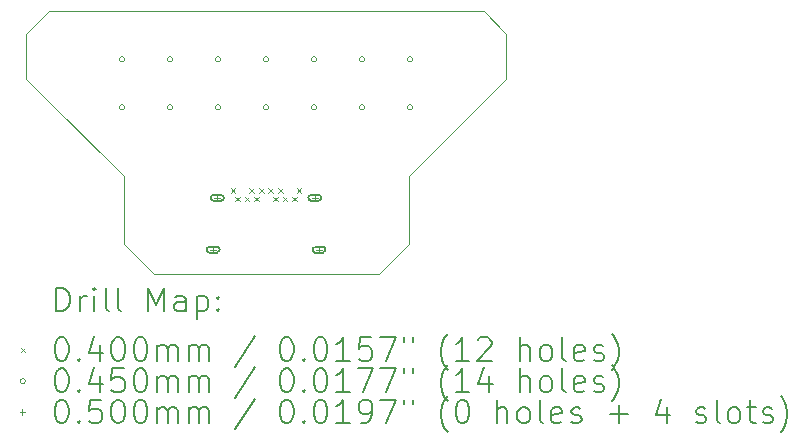
<source format=gbr>
%TF.GenerationSoftware,KiCad,Pcbnew,7.0.5*%
%TF.CreationDate,2024-03-06T09:17:30-05:00*%
%TF.ProjectId,SaberCord_Copy_Male,53616265-7243-46f7-9264-5f436f70795f,rev?*%
%TF.SameCoordinates,Original*%
%TF.FileFunction,Drillmap*%
%TF.FilePolarity,Positive*%
%FSLAX45Y45*%
G04 Gerber Fmt 4.5, Leading zero omitted, Abs format (unit mm)*
G04 Created by KiCad (PCBNEW 7.0.5) date 2024-03-06 09:17:30*
%MOMM*%
%LPD*%
G01*
G04 APERTURE LIST*
%ADD10C,0.100000*%
%ADD11C,0.200000*%
%ADD12C,0.040000*%
%ADD13C,0.045000*%
%ADD14C,0.050000*%
G04 APERTURE END LIST*
D10*
X15875000Y-7366000D02*
X16065500Y-7556500D01*
X16065500Y-7556500D02*
X16065500Y-7937500D01*
X14033500Y-7366000D02*
X15875000Y-7366000D01*
X12192000Y-7366000D02*
X14033500Y-7366000D01*
X12001500Y-7937500D02*
X12001500Y-7556500D01*
X16065500Y-7937500D02*
X15938500Y-8064500D01*
X12001500Y-7556500D02*
X12192000Y-7366000D01*
X12827000Y-8763000D02*
X12827000Y-9334500D01*
X15938500Y-8064500D02*
X15240000Y-8763000D01*
X15240000Y-8763000D02*
X15240000Y-9334500D01*
X14033500Y-9588500D02*
X13081000Y-9588500D01*
X12128500Y-8064500D02*
X12001500Y-7937500D01*
X14986000Y-9588500D02*
X14033500Y-9588500D01*
X13081000Y-9588500D02*
X12827000Y-9334500D01*
X12827000Y-8763000D02*
X12128500Y-8064500D01*
X15240000Y-9334500D02*
X14986000Y-9588500D01*
D11*
D12*
X13733500Y-8864000D02*
X13773500Y-8904000D01*
X13773500Y-8864000D02*
X13733500Y-8904000D01*
X13773500Y-8934000D02*
X13813500Y-8974000D01*
X13813500Y-8934000D02*
X13773500Y-8974000D01*
X13853500Y-8934000D02*
X13893500Y-8974000D01*
X13893500Y-8934000D02*
X13853500Y-8974000D01*
X13893500Y-8864000D02*
X13933500Y-8904000D01*
X13933500Y-8864000D02*
X13893500Y-8904000D01*
X13933500Y-8934000D02*
X13973500Y-8974000D01*
X13973500Y-8934000D02*
X13933500Y-8974000D01*
X13973500Y-8864000D02*
X14013500Y-8904000D01*
X14013500Y-8864000D02*
X13973500Y-8904000D01*
X14053500Y-8864000D02*
X14093500Y-8904000D01*
X14093500Y-8864000D02*
X14053500Y-8904000D01*
X14093500Y-8934000D02*
X14133500Y-8974000D01*
X14133500Y-8934000D02*
X14093500Y-8974000D01*
X14133500Y-8864000D02*
X14173500Y-8904000D01*
X14173500Y-8864000D02*
X14133500Y-8904000D01*
X14173500Y-8934000D02*
X14213500Y-8974000D01*
X14213500Y-8934000D02*
X14173500Y-8974000D01*
X14253500Y-8934000D02*
X14293500Y-8974000D01*
X14293500Y-8934000D02*
X14253500Y-8974000D01*
X14293500Y-8864000D02*
X14333500Y-8904000D01*
X14333500Y-8864000D02*
X14293500Y-8904000D01*
D13*
X12836800Y-7772400D02*
G75*
G03*
X12836800Y-7772400I-22500J0D01*
G01*
X12836800Y-8178800D02*
G75*
G03*
X12836800Y-8178800I-22500J0D01*
G01*
X13243200Y-7772400D02*
G75*
G03*
X13243200Y-7772400I-22500J0D01*
G01*
X13243200Y-8178800D02*
G75*
G03*
X13243200Y-8178800I-22500J0D01*
G01*
X13649600Y-7772400D02*
G75*
G03*
X13649600Y-7772400I-22500J0D01*
G01*
X13649600Y-8178800D02*
G75*
G03*
X13649600Y-8178800I-22500J0D01*
G01*
X14056000Y-7772400D02*
G75*
G03*
X14056000Y-7772400I-22500J0D01*
G01*
X14056000Y-8178800D02*
G75*
G03*
X14056000Y-8178800I-22500J0D01*
G01*
X14462400Y-7772400D02*
G75*
G03*
X14462400Y-7772400I-22500J0D01*
G01*
X14462400Y-8178800D02*
G75*
G03*
X14462400Y-8178800I-22500J0D01*
G01*
X14868800Y-7772400D02*
G75*
G03*
X14868800Y-7772400I-22500J0D01*
G01*
X14868800Y-8178800D02*
G75*
G03*
X14868800Y-8178800I-22500J0D01*
G01*
X15275200Y-7772400D02*
G75*
G03*
X15275200Y-7772400I-22500J0D01*
G01*
X15275200Y-8178800D02*
G75*
G03*
X15275200Y-8178800I-22500J0D01*
G01*
D14*
X13585000Y-9358000D02*
X13585000Y-9408000D01*
X13560000Y-9383000D02*
X13610000Y-9383000D01*
D11*
X13555000Y-9408000D02*
X13615000Y-9408000D01*
X13615000Y-9408000D02*
G75*
G03*
X13615000Y-9358000I0J25000D01*
G01*
X13615000Y-9358000D02*
X13555000Y-9358000D01*
X13555000Y-9358000D02*
G75*
G03*
X13555000Y-9408000I0J-25000D01*
G01*
D14*
X13621000Y-8919000D02*
X13621000Y-8969000D01*
X13596000Y-8944000D02*
X13646000Y-8944000D01*
D11*
X13591000Y-8969000D02*
X13651000Y-8969000D01*
X13651000Y-8969000D02*
G75*
G03*
X13651000Y-8919000I0J25000D01*
G01*
X13651000Y-8919000D02*
X13591000Y-8919000D01*
X13591000Y-8919000D02*
G75*
G03*
X13591000Y-8969000I0J-25000D01*
G01*
D14*
X14446000Y-8919000D02*
X14446000Y-8969000D01*
X14421000Y-8944000D02*
X14471000Y-8944000D01*
D11*
X14416000Y-8969000D02*
X14476000Y-8969000D01*
X14476000Y-8969000D02*
G75*
G03*
X14476000Y-8919000I0J25000D01*
G01*
X14476000Y-8919000D02*
X14416000Y-8919000D01*
X14416000Y-8919000D02*
G75*
G03*
X14416000Y-8969000I0J-25000D01*
G01*
D14*
X14482000Y-9358000D02*
X14482000Y-9408000D01*
X14457000Y-9383000D02*
X14507000Y-9383000D01*
D11*
X14452000Y-9408000D02*
X14512000Y-9408000D01*
X14512000Y-9408000D02*
G75*
G03*
X14512000Y-9358000I0J25000D01*
G01*
X14512000Y-9358000D02*
X14452000Y-9358000D01*
X14452000Y-9358000D02*
G75*
G03*
X14452000Y-9408000I0J-25000D01*
G01*
X12257277Y-9904984D02*
X12257277Y-9704984D01*
X12257277Y-9704984D02*
X12304896Y-9704984D01*
X12304896Y-9704984D02*
X12333467Y-9714508D01*
X12333467Y-9714508D02*
X12352515Y-9733555D01*
X12352515Y-9733555D02*
X12362039Y-9752603D01*
X12362039Y-9752603D02*
X12371562Y-9790698D01*
X12371562Y-9790698D02*
X12371562Y-9819270D01*
X12371562Y-9819270D02*
X12362039Y-9857365D01*
X12362039Y-9857365D02*
X12352515Y-9876412D01*
X12352515Y-9876412D02*
X12333467Y-9895460D01*
X12333467Y-9895460D02*
X12304896Y-9904984D01*
X12304896Y-9904984D02*
X12257277Y-9904984D01*
X12457277Y-9904984D02*
X12457277Y-9771650D01*
X12457277Y-9809746D02*
X12466801Y-9790698D01*
X12466801Y-9790698D02*
X12476324Y-9781174D01*
X12476324Y-9781174D02*
X12495372Y-9771650D01*
X12495372Y-9771650D02*
X12514420Y-9771650D01*
X12581086Y-9904984D02*
X12581086Y-9771650D01*
X12581086Y-9704984D02*
X12571562Y-9714508D01*
X12571562Y-9714508D02*
X12581086Y-9724031D01*
X12581086Y-9724031D02*
X12590610Y-9714508D01*
X12590610Y-9714508D02*
X12581086Y-9704984D01*
X12581086Y-9704984D02*
X12581086Y-9724031D01*
X12704896Y-9904984D02*
X12685848Y-9895460D01*
X12685848Y-9895460D02*
X12676324Y-9876412D01*
X12676324Y-9876412D02*
X12676324Y-9704984D01*
X12809658Y-9904984D02*
X12790610Y-9895460D01*
X12790610Y-9895460D02*
X12781086Y-9876412D01*
X12781086Y-9876412D02*
X12781086Y-9704984D01*
X13038229Y-9904984D02*
X13038229Y-9704984D01*
X13038229Y-9704984D02*
X13104896Y-9847841D01*
X13104896Y-9847841D02*
X13171562Y-9704984D01*
X13171562Y-9704984D02*
X13171562Y-9904984D01*
X13352515Y-9904984D02*
X13352515Y-9800222D01*
X13352515Y-9800222D02*
X13342991Y-9781174D01*
X13342991Y-9781174D02*
X13323943Y-9771650D01*
X13323943Y-9771650D02*
X13285848Y-9771650D01*
X13285848Y-9771650D02*
X13266801Y-9781174D01*
X13352515Y-9895460D02*
X13333467Y-9904984D01*
X13333467Y-9904984D02*
X13285848Y-9904984D01*
X13285848Y-9904984D02*
X13266801Y-9895460D01*
X13266801Y-9895460D02*
X13257277Y-9876412D01*
X13257277Y-9876412D02*
X13257277Y-9857365D01*
X13257277Y-9857365D02*
X13266801Y-9838317D01*
X13266801Y-9838317D02*
X13285848Y-9828793D01*
X13285848Y-9828793D02*
X13333467Y-9828793D01*
X13333467Y-9828793D02*
X13352515Y-9819270D01*
X13447753Y-9771650D02*
X13447753Y-9971650D01*
X13447753Y-9781174D02*
X13466801Y-9771650D01*
X13466801Y-9771650D02*
X13504896Y-9771650D01*
X13504896Y-9771650D02*
X13523943Y-9781174D01*
X13523943Y-9781174D02*
X13533467Y-9790698D01*
X13533467Y-9790698D02*
X13542991Y-9809746D01*
X13542991Y-9809746D02*
X13542991Y-9866889D01*
X13542991Y-9866889D02*
X13533467Y-9885936D01*
X13533467Y-9885936D02*
X13523943Y-9895460D01*
X13523943Y-9895460D02*
X13504896Y-9904984D01*
X13504896Y-9904984D02*
X13466801Y-9904984D01*
X13466801Y-9904984D02*
X13447753Y-9895460D01*
X13628705Y-9885936D02*
X13638229Y-9895460D01*
X13638229Y-9895460D02*
X13628705Y-9904984D01*
X13628705Y-9904984D02*
X13619182Y-9895460D01*
X13619182Y-9895460D02*
X13628705Y-9885936D01*
X13628705Y-9885936D02*
X13628705Y-9904984D01*
X13628705Y-9781174D02*
X13638229Y-9790698D01*
X13638229Y-9790698D02*
X13628705Y-9800222D01*
X13628705Y-9800222D02*
X13619182Y-9790698D01*
X13619182Y-9790698D02*
X13628705Y-9781174D01*
X13628705Y-9781174D02*
X13628705Y-9800222D01*
D12*
X11956500Y-10213500D02*
X11996500Y-10253500D01*
X11996500Y-10213500D02*
X11956500Y-10253500D01*
D11*
X12295372Y-10124984D02*
X12314420Y-10124984D01*
X12314420Y-10124984D02*
X12333467Y-10134508D01*
X12333467Y-10134508D02*
X12342991Y-10144031D01*
X12342991Y-10144031D02*
X12352515Y-10163079D01*
X12352515Y-10163079D02*
X12362039Y-10201174D01*
X12362039Y-10201174D02*
X12362039Y-10248793D01*
X12362039Y-10248793D02*
X12352515Y-10286889D01*
X12352515Y-10286889D02*
X12342991Y-10305936D01*
X12342991Y-10305936D02*
X12333467Y-10315460D01*
X12333467Y-10315460D02*
X12314420Y-10324984D01*
X12314420Y-10324984D02*
X12295372Y-10324984D01*
X12295372Y-10324984D02*
X12276324Y-10315460D01*
X12276324Y-10315460D02*
X12266801Y-10305936D01*
X12266801Y-10305936D02*
X12257277Y-10286889D01*
X12257277Y-10286889D02*
X12247753Y-10248793D01*
X12247753Y-10248793D02*
X12247753Y-10201174D01*
X12247753Y-10201174D02*
X12257277Y-10163079D01*
X12257277Y-10163079D02*
X12266801Y-10144031D01*
X12266801Y-10144031D02*
X12276324Y-10134508D01*
X12276324Y-10134508D02*
X12295372Y-10124984D01*
X12447753Y-10305936D02*
X12457277Y-10315460D01*
X12457277Y-10315460D02*
X12447753Y-10324984D01*
X12447753Y-10324984D02*
X12438229Y-10315460D01*
X12438229Y-10315460D02*
X12447753Y-10305936D01*
X12447753Y-10305936D02*
X12447753Y-10324984D01*
X12628705Y-10191650D02*
X12628705Y-10324984D01*
X12581086Y-10115460D02*
X12533467Y-10258317D01*
X12533467Y-10258317D02*
X12657277Y-10258317D01*
X12771562Y-10124984D02*
X12790610Y-10124984D01*
X12790610Y-10124984D02*
X12809658Y-10134508D01*
X12809658Y-10134508D02*
X12819182Y-10144031D01*
X12819182Y-10144031D02*
X12828705Y-10163079D01*
X12828705Y-10163079D02*
X12838229Y-10201174D01*
X12838229Y-10201174D02*
X12838229Y-10248793D01*
X12838229Y-10248793D02*
X12828705Y-10286889D01*
X12828705Y-10286889D02*
X12819182Y-10305936D01*
X12819182Y-10305936D02*
X12809658Y-10315460D01*
X12809658Y-10315460D02*
X12790610Y-10324984D01*
X12790610Y-10324984D02*
X12771562Y-10324984D01*
X12771562Y-10324984D02*
X12752515Y-10315460D01*
X12752515Y-10315460D02*
X12742991Y-10305936D01*
X12742991Y-10305936D02*
X12733467Y-10286889D01*
X12733467Y-10286889D02*
X12723943Y-10248793D01*
X12723943Y-10248793D02*
X12723943Y-10201174D01*
X12723943Y-10201174D02*
X12733467Y-10163079D01*
X12733467Y-10163079D02*
X12742991Y-10144031D01*
X12742991Y-10144031D02*
X12752515Y-10134508D01*
X12752515Y-10134508D02*
X12771562Y-10124984D01*
X12962039Y-10124984D02*
X12981086Y-10124984D01*
X12981086Y-10124984D02*
X13000134Y-10134508D01*
X13000134Y-10134508D02*
X13009658Y-10144031D01*
X13009658Y-10144031D02*
X13019182Y-10163079D01*
X13019182Y-10163079D02*
X13028705Y-10201174D01*
X13028705Y-10201174D02*
X13028705Y-10248793D01*
X13028705Y-10248793D02*
X13019182Y-10286889D01*
X13019182Y-10286889D02*
X13009658Y-10305936D01*
X13009658Y-10305936D02*
X13000134Y-10315460D01*
X13000134Y-10315460D02*
X12981086Y-10324984D01*
X12981086Y-10324984D02*
X12962039Y-10324984D01*
X12962039Y-10324984D02*
X12942991Y-10315460D01*
X12942991Y-10315460D02*
X12933467Y-10305936D01*
X12933467Y-10305936D02*
X12923943Y-10286889D01*
X12923943Y-10286889D02*
X12914420Y-10248793D01*
X12914420Y-10248793D02*
X12914420Y-10201174D01*
X12914420Y-10201174D02*
X12923943Y-10163079D01*
X12923943Y-10163079D02*
X12933467Y-10144031D01*
X12933467Y-10144031D02*
X12942991Y-10134508D01*
X12942991Y-10134508D02*
X12962039Y-10124984D01*
X13114420Y-10324984D02*
X13114420Y-10191650D01*
X13114420Y-10210698D02*
X13123943Y-10201174D01*
X13123943Y-10201174D02*
X13142991Y-10191650D01*
X13142991Y-10191650D02*
X13171563Y-10191650D01*
X13171563Y-10191650D02*
X13190610Y-10201174D01*
X13190610Y-10201174D02*
X13200134Y-10220222D01*
X13200134Y-10220222D02*
X13200134Y-10324984D01*
X13200134Y-10220222D02*
X13209658Y-10201174D01*
X13209658Y-10201174D02*
X13228705Y-10191650D01*
X13228705Y-10191650D02*
X13257277Y-10191650D01*
X13257277Y-10191650D02*
X13276324Y-10201174D01*
X13276324Y-10201174D02*
X13285848Y-10220222D01*
X13285848Y-10220222D02*
X13285848Y-10324984D01*
X13381086Y-10324984D02*
X13381086Y-10191650D01*
X13381086Y-10210698D02*
X13390610Y-10201174D01*
X13390610Y-10201174D02*
X13409658Y-10191650D01*
X13409658Y-10191650D02*
X13438229Y-10191650D01*
X13438229Y-10191650D02*
X13457277Y-10201174D01*
X13457277Y-10201174D02*
X13466801Y-10220222D01*
X13466801Y-10220222D02*
X13466801Y-10324984D01*
X13466801Y-10220222D02*
X13476324Y-10201174D01*
X13476324Y-10201174D02*
X13495372Y-10191650D01*
X13495372Y-10191650D02*
X13523943Y-10191650D01*
X13523943Y-10191650D02*
X13542991Y-10201174D01*
X13542991Y-10201174D02*
X13552515Y-10220222D01*
X13552515Y-10220222D02*
X13552515Y-10324984D01*
X13942991Y-10115460D02*
X13771563Y-10372603D01*
X14200134Y-10124984D02*
X14219182Y-10124984D01*
X14219182Y-10124984D02*
X14238229Y-10134508D01*
X14238229Y-10134508D02*
X14247753Y-10144031D01*
X14247753Y-10144031D02*
X14257277Y-10163079D01*
X14257277Y-10163079D02*
X14266801Y-10201174D01*
X14266801Y-10201174D02*
X14266801Y-10248793D01*
X14266801Y-10248793D02*
X14257277Y-10286889D01*
X14257277Y-10286889D02*
X14247753Y-10305936D01*
X14247753Y-10305936D02*
X14238229Y-10315460D01*
X14238229Y-10315460D02*
X14219182Y-10324984D01*
X14219182Y-10324984D02*
X14200134Y-10324984D01*
X14200134Y-10324984D02*
X14181086Y-10315460D01*
X14181086Y-10315460D02*
X14171563Y-10305936D01*
X14171563Y-10305936D02*
X14162039Y-10286889D01*
X14162039Y-10286889D02*
X14152515Y-10248793D01*
X14152515Y-10248793D02*
X14152515Y-10201174D01*
X14152515Y-10201174D02*
X14162039Y-10163079D01*
X14162039Y-10163079D02*
X14171563Y-10144031D01*
X14171563Y-10144031D02*
X14181086Y-10134508D01*
X14181086Y-10134508D02*
X14200134Y-10124984D01*
X14352515Y-10305936D02*
X14362039Y-10315460D01*
X14362039Y-10315460D02*
X14352515Y-10324984D01*
X14352515Y-10324984D02*
X14342991Y-10315460D01*
X14342991Y-10315460D02*
X14352515Y-10305936D01*
X14352515Y-10305936D02*
X14352515Y-10324984D01*
X14485848Y-10124984D02*
X14504896Y-10124984D01*
X14504896Y-10124984D02*
X14523944Y-10134508D01*
X14523944Y-10134508D02*
X14533467Y-10144031D01*
X14533467Y-10144031D02*
X14542991Y-10163079D01*
X14542991Y-10163079D02*
X14552515Y-10201174D01*
X14552515Y-10201174D02*
X14552515Y-10248793D01*
X14552515Y-10248793D02*
X14542991Y-10286889D01*
X14542991Y-10286889D02*
X14533467Y-10305936D01*
X14533467Y-10305936D02*
X14523944Y-10315460D01*
X14523944Y-10315460D02*
X14504896Y-10324984D01*
X14504896Y-10324984D02*
X14485848Y-10324984D01*
X14485848Y-10324984D02*
X14466801Y-10315460D01*
X14466801Y-10315460D02*
X14457277Y-10305936D01*
X14457277Y-10305936D02*
X14447753Y-10286889D01*
X14447753Y-10286889D02*
X14438229Y-10248793D01*
X14438229Y-10248793D02*
X14438229Y-10201174D01*
X14438229Y-10201174D02*
X14447753Y-10163079D01*
X14447753Y-10163079D02*
X14457277Y-10144031D01*
X14457277Y-10144031D02*
X14466801Y-10134508D01*
X14466801Y-10134508D02*
X14485848Y-10124984D01*
X14742991Y-10324984D02*
X14628706Y-10324984D01*
X14685848Y-10324984D02*
X14685848Y-10124984D01*
X14685848Y-10124984D02*
X14666801Y-10153555D01*
X14666801Y-10153555D02*
X14647753Y-10172603D01*
X14647753Y-10172603D02*
X14628706Y-10182127D01*
X14923944Y-10124984D02*
X14828706Y-10124984D01*
X14828706Y-10124984D02*
X14819182Y-10220222D01*
X14819182Y-10220222D02*
X14828706Y-10210698D01*
X14828706Y-10210698D02*
X14847753Y-10201174D01*
X14847753Y-10201174D02*
X14895372Y-10201174D01*
X14895372Y-10201174D02*
X14914420Y-10210698D01*
X14914420Y-10210698D02*
X14923944Y-10220222D01*
X14923944Y-10220222D02*
X14933467Y-10239270D01*
X14933467Y-10239270D02*
X14933467Y-10286889D01*
X14933467Y-10286889D02*
X14923944Y-10305936D01*
X14923944Y-10305936D02*
X14914420Y-10315460D01*
X14914420Y-10315460D02*
X14895372Y-10324984D01*
X14895372Y-10324984D02*
X14847753Y-10324984D01*
X14847753Y-10324984D02*
X14828706Y-10315460D01*
X14828706Y-10315460D02*
X14819182Y-10305936D01*
X15000134Y-10124984D02*
X15133467Y-10124984D01*
X15133467Y-10124984D02*
X15047753Y-10324984D01*
X15200134Y-10124984D02*
X15200134Y-10163079D01*
X15276325Y-10124984D02*
X15276325Y-10163079D01*
X15571563Y-10401174D02*
X15562039Y-10391650D01*
X15562039Y-10391650D02*
X15542991Y-10363079D01*
X15542991Y-10363079D02*
X15533468Y-10344031D01*
X15533468Y-10344031D02*
X15523944Y-10315460D01*
X15523944Y-10315460D02*
X15514420Y-10267841D01*
X15514420Y-10267841D02*
X15514420Y-10229746D01*
X15514420Y-10229746D02*
X15523944Y-10182127D01*
X15523944Y-10182127D02*
X15533468Y-10153555D01*
X15533468Y-10153555D02*
X15542991Y-10134508D01*
X15542991Y-10134508D02*
X15562039Y-10105936D01*
X15562039Y-10105936D02*
X15571563Y-10096412D01*
X15752515Y-10324984D02*
X15638229Y-10324984D01*
X15695372Y-10324984D02*
X15695372Y-10124984D01*
X15695372Y-10124984D02*
X15676325Y-10153555D01*
X15676325Y-10153555D02*
X15657277Y-10172603D01*
X15657277Y-10172603D02*
X15638229Y-10182127D01*
X15828706Y-10144031D02*
X15838229Y-10134508D01*
X15838229Y-10134508D02*
X15857277Y-10124984D01*
X15857277Y-10124984D02*
X15904896Y-10124984D01*
X15904896Y-10124984D02*
X15923944Y-10134508D01*
X15923944Y-10134508D02*
X15933468Y-10144031D01*
X15933468Y-10144031D02*
X15942991Y-10163079D01*
X15942991Y-10163079D02*
X15942991Y-10182127D01*
X15942991Y-10182127D02*
X15933468Y-10210698D01*
X15933468Y-10210698D02*
X15819182Y-10324984D01*
X15819182Y-10324984D02*
X15942991Y-10324984D01*
X16181087Y-10324984D02*
X16181087Y-10124984D01*
X16266801Y-10324984D02*
X16266801Y-10220222D01*
X16266801Y-10220222D02*
X16257277Y-10201174D01*
X16257277Y-10201174D02*
X16238230Y-10191650D01*
X16238230Y-10191650D02*
X16209658Y-10191650D01*
X16209658Y-10191650D02*
X16190610Y-10201174D01*
X16190610Y-10201174D02*
X16181087Y-10210698D01*
X16390610Y-10324984D02*
X16371563Y-10315460D01*
X16371563Y-10315460D02*
X16362039Y-10305936D01*
X16362039Y-10305936D02*
X16352515Y-10286889D01*
X16352515Y-10286889D02*
X16352515Y-10229746D01*
X16352515Y-10229746D02*
X16362039Y-10210698D01*
X16362039Y-10210698D02*
X16371563Y-10201174D01*
X16371563Y-10201174D02*
X16390610Y-10191650D01*
X16390610Y-10191650D02*
X16419182Y-10191650D01*
X16419182Y-10191650D02*
X16438230Y-10201174D01*
X16438230Y-10201174D02*
X16447753Y-10210698D01*
X16447753Y-10210698D02*
X16457277Y-10229746D01*
X16457277Y-10229746D02*
X16457277Y-10286889D01*
X16457277Y-10286889D02*
X16447753Y-10305936D01*
X16447753Y-10305936D02*
X16438230Y-10315460D01*
X16438230Y-10315460D02*
X16419182Y-10324984D01*
X16419182Y-10324984D02*
X16390610Y-10324984D01*
X16571563Y-10324984D02*
X16552515Y-10315460D01*
X16552515Y-10315460D02*
X16542991Y-10296412D01*
X16542991Y-10296412D02*
X16542991Y-10124984D01*
X16723944Y-10315460D02*
X16704896Y-10324984D01*
X16704896Y-10324984D02*
X16666801Y-10324984D01*
X16666801Y-10324984D02*
X16647753Y-10315460D01*
X16647753Y-10315460D02*
X16638230Y-10296412D01*
X16638230Y-10296412D02*
X16638230Y-10220222D01*
X16638230Y-10220222D02*
X16647753Y-10201174D01*
X16647753Y-10201174D02*
X16666801Y-10191650D01*
X16666801Y-10191650D02*
X16704896Y-10191650D01*
X16704896Y-10191650D02*
X16723944Y-10201174D01*
X16723944Y-10201174D02*
X16733468Y-10220222D01*
X16733468Y-10220222D02*
X16733468Y-10239270D01*
X16733468Y-10239270D02*
X16638230Y-10258317D01*
X16809658Y-10315460D02*
X16828706Y-10324984D01*
X16828706Y-10324984D02*
X16866801Y-10324984D01*
X16866801Y-10324984D02*
X16885849Y-10315460D01*
X16885849Y-10315460D02*
X16895373Y-10296412D01*
X16895373Y-10296412D02*
X16895373Y-10286889D01*
X16895373Y-10286889D02*
X16885849Y-10267841D01*
X16885849Y-10267841D02*
X16866801Y-10258317D01*
X16866801Y-10258317D02*
X16838230Y-10258317D01*
X16838230Y-10258317D02*
X16819182Y-10248793D01*
X16819182Y-10248793D02*
X16809658Y-10229746D01*
X16809658Y-10229746D02*
X16809658Y-10220222D01*
X16809658Y-10220222D02*
X16819182Y-10201174D01*
X16819182Y-10201174D02*
X16838230Y-10191650D01*
X16838230Y-10191650D02*
X16866801Y-10191650D01*
X16866801Y-10191650D02*
X16885849Y-10201174D01*
X16962039Y-10401174D02*
X16971563Y-10391650D01*
X16971563Y-10391650D02*
X16990611Y-10363079D01*
X16990611Y-10363079D02*
X17000134Y-10344031D01*
X17000134Y-10344031D02*
X17009658Y-10315460D01*
X17009658Y-10315460D02*
X17019182Y-10267841D01*
X17019182Y-10267841D02*
X17019182Y-10229746D01*
X17019182Y-10229746D02*
X17009658Y-10182127D01*
X17009658Y-10182127D02*
X17000134Y-10153555D01*
X17000134Y-10153555D02*
X16990611Y-10134508D01*
X16990611Y-10134508D02*
X16971563Y-10105936D01*
X16971563Y-10105936D02*
X16962039Y-10096412D01*
D13*
X11996500Y-10497500D02*
G75*
G03*
X11996500Y-10497500I-22500J0D01*
G01*
D11*
X12295372Y-10388984D02*
X12314420Y-10388984D01*
X12314420Y-10388984D02*
X12333467Y-10398508D01*
X12333467Y-10398508D02*
X12342991Y-10408031D01*
X12342991Y-10408031D02*
X12352515Y-10427079D01*
X12352515Y-10427079D02*
X12362039Y-10465174D01*
X12362039Y-10465174D02*
X12362039Y-10512793D01*
X12362039Y-10512793D02*
X12352515Y-10550889D01*
X12352515Y-10550889D02*
X12342991Y-10569936D01*
X12342991Y-10569936D02*
X12333467Y-10579460D01*
X12333467Y-10579460D02*
X12314420Y-10588984D01*
X12314420Y-10588984D02*
X12295372Y-10588984D01*
X12295372Y-10588984D02*
X12276324Y-10579460D01*
X12276324Y-10579460D02*
X12266801Y-10569936D01*
X12266801Y-10569936D02*
X12257277Y-10550889D01*
X12257277Y-10550889D02*
X12247753Y-10512793D01*
X12247753Y-10512793D02*
X12247753Y-10465174D01*
X12247753Y-10465174D02*
X12257277Y-10427079D01*
X12257277Y-10427079D02*
X12266801Y-10408031D01*
X12266801Y-10408031D02*
X12276324Y-10398508D01*
X12276324Y-10398508D02*
X12295372Y-10388984D01*
X12447753Y-10569936D02*
X12457277Y-10579460D01*
X12457277Y-10579460D02*
X12447753Y-10588984D01*
X12447753Y-10588984D02*
X12438229Y-10579460D01*
X12438229Y-10579460D02*
X12447753Y-10569936D01*
X12447753Y-10569936D02*
X12447753Y-10588984D01*
X12628705Y-10455650D02*
X12628705Y-10588984D01*
X12581086Y-10379460D02*
X12533467Y-10522317D01*
X12533467Y-10522317D02*
X12657277Y-10522317D01*
X12828705Y-10388984D02*
X12733467Y-10388984D01*
X12733467Y-10388984D02*
X12723943Y-10484222D01*
X12723943Y-10484222D02*
X12733467Y-10474698D01*
X12733467Y-10474698D02*
X12752515Y-10465174D01*
X12752515Y-10465174D02*
X12800134Y-10465174D01*
X12800134Y-10465174D02*
X12819182Y-10474698D01*
X12819182Y-10474698D02*
X12828705Y-10484222D01*
X12828705Y-10484222D02*
X12838229Y-10503270D01*
X12838229Y-10503270D02*
X12838229Y-10550889D01*
X12838229Y-10550889D02*
X12828705Y-10569936D01*
X12828705Y-10569936D02*
X12819182Y-10579460D01*
X12819182Y-10579460D02*
X12800134Y-10588984D01*
X12800134Y-10588984D02*
X12752515Y-10588984D01*
X12752515Y-10588984D02*
X12733467Y-10579460D01*
X12733467Y-10579460D02*
X12723943Y-10569936D01*
X12962039Y-10388984D02*
X12981086Y-10388984D01*
X12981086Y-10388984D02*
X13000134Y-10398508D01*
X13000134Y-10398508D02*
X13009658Y-10408031D01*
X13009658Y-10408031D02*
X13019182Y-10427079D01*
X13019182Y-10427079D02*
X13028705Y-10465174D01*
X13028705Y-10465174D02*
X13028705Y-10512793D01*
X13028705Y-10512793D02*
X13019182Y-10550889D01*
X13019182Y-10550889D02*
X13009658Y-10569936D01*
X13009658Y-10569936D02*
X13000134Y-10579460D01*
X13000134Y-10579460D02*
X12981086Y-10588984D01*
X12981086Y-10588984D02*
X12962039Y-10588984D01*
X12962039Y-10588984D02*
X12942991Y-10579460D01*
X12942991Y-10579460D02*
X12933467Y-10569936D01*
X12933467Y-10569936D02*
X12923943Y-10550889D01*
X12923943Y-10550889D02*
X12914420Y-10512793D01*
X12914420Y-10512793D02*
X12914420Y-10465174D01*
X12914420Y-10465174D02*
X12923943Y-10427079D01*
X12923943Y-10427079D02*
X12933467Y-10408031D01*
X12933467Y-10408031D02*
X12942991Y-10398508D01*
X12942991Y-10398508D02*
X12962039Y-10388984D01*
X13114420Y-10588984D02*
X13114420Y-10455650D01*
X13114420Y-10474698D02*
X13123943Y-10465174D01*
X13123943Y-10465174D02*
X13142991Y-10455650D01*
X13142991Y-10455650D02*
X13171563Y-10455650D01*
X13171563Y-10455650D02*
X13190610Y-10465174D01*
X13190610Y-10465174D02*
X13200134Y-10484222D01*
X13200134Y-10484222D02*
X13200134Y-10588984D01*
X13200134Y-10484222D02*
X13209658Y-10465174D01*
X13209658Y-10465174D02*
X13228705Y-10455650D01*
X13228705Y-10455650D02*
X13257277Y-10455650D01*
X13257277Y-10455650D02*
X13276324Y-10465174D01*
X13276324Y-10465174D02*
X13285848Y-10484222D01*
X13285848Y-10484222D02*
X13285848Y-10588984D01*
X13381086Y-10588984D02*
X13381086Y-10455650D01*
X13381086Y-10474698D02*
X13390610Y-10465174D01*
X13390610Y-10465174D02*
X13409658Y-10455650D01*
X13409658Y-10455650D02*
X13438229Y-10455650D01*
X13438229Y-10455650D02*
X13457277Y-10465174D01*
X13457277Y-10465174D02*
X13466801Y-10484222D01*
X13466801Y-10484222D02*
X13466801Y-10588984D01*
X13466801Y-10484222D02*
X13476324Y-10465174D01*
X13476324Y-10465174D02*
X13495372Y-10455650D01*
X13495372Y-10455650D02*
X13523943Y-10455650D01*
X13523943Y-10455650D02*
X13542991Y-10465174D01*
X13542991Y-10465174D02*
X13552515Y-10484222D01*
X13552515Y-10484222D02*
X13552515Y-10588984D01*
X13942991Y-10379460D02*
X13771563Y-10636603D01*
X14200134Y-10388984D02*
X14219182Y-10388984D01*
X14219182Y-10388984D02*
X14238229Y-10398508D01*
X14238229Y-10398508D02*
X14247753Y-10408031D01*
X14247753Y-10408031D02*
X14257277Y-10427079D01*
X14257277Y-10427079D02*
X14266801Y-10465174D01*
X14266801Y-10465174D02*
X14266801Y-10512793D01*
X14266801Y-10512793D02*
X14257277Y-10550889D01*
X14257277Y-10550889D02*
X14247753Y-10569936D01*
X14247753Y-10569936D02*
X14238229Y-10579460D01*
X14238229Y-10579460D02*
X14219182Y-10588984D01*
X14219182Y-10588984D02*
X14200134Y-10588984D01*
X14200134Y-10588984D02*
X14181086Y-10579460D01*
X14181086Y-10579460D02*
X14171563Y-10569936D01*
X14171563Y-10569936D02*
X14162039Y-10550889D01*
X14162039Y-10550889D02*
X14152515Y-10512793D01*
X14152515Y-10512793D02*
X14152515Y-10465174D01*
X14152515Y-10465174D02*
X14162039Y-10427079D01*
X14162039Y-10427079D02*
X14171563Y-10408031D01*
X14171563Y-10408031D02*
X14181086Y-10398508D01*
X14181086Y-10398508D02*
X14200134Y-10388984D01*
X14352515Y-10569936D02*
X14362039Y-10579460D01*
X14362039Y-10579460D02*
X14352515Y-10588984D01*
X14352515Y-10588984D02*
X14342991Y-10579460D01*
X14342991Y-10579460D02*
X14352515Y-10569936D01*
X14352515Y-10569936D02*
X14352515Y-10588984D01*
X14485848Y-10388984D02*
X14504896Y-10388984D01*
X14504896Y-10388984D02*
X14523944Y-10398508D01*
X14523944Y-10398508D02*
X14533467Y-10408031D01*
X14533467Y-10408031D02*
X14542991Y-10427079D01*
X14542991Y-10427079D02*
X14552515Y-10465174D01*
X14552515Y-10465174D02*
X14552515Y-10512793D01*
X14552515Y-10512793D02*
X14542991Y-10550889D01*
X14542991Y-10550889D02*
X14533467Y-10569936D01*
X14533467Y-10569936D02*
X14523944Y-10579460D01*
X14523944Y-10579460D02*
X14504896Y-10588984D01*
X14504896Y-10588984D02*
X14485848Y-10588984D01*
X14485848Y-10588984D02*
X14466801Y-10579460D01*
X14466801Y-10579460D02*
X14457277Y-10569936D01*
X14457277Y-10569936D02*
X14447753Y-10550889D01*
X14447753Y-10550889D02*
X14438229Y-10512793D01*
X14438229Y-10512793D02*
X14438229Y-10465174D01*
X14438229Y-10465174D02*
X14447753Y-10427079D01*
X14447753Y-10427079D02*
X14457277Y-10408031D01*
X14457277Y-10408031D02*
X14466801Y-10398508D01*
X14466801Y-10398508D02*
X14485848Y-10388984D01*
X14742991Y-10588984D02*
X14628706Y-10588984D01*
X14685848Y-10588984D02*
X14685848Y-10388984D01*
X14685848Y-10388984D02*
X14666801Y-10417555D01*
X14666801Y-10417555D02*
X14647753Y-10436603D01*
X14647753Y-10436603D02*
X14628706Y-10446127D01*
X14809658Y-10388984D02*
X14942991Y-10388984D01*
X14942991Y-10388984D02*
X14857277Y-10588984D01*
X15000134Y-10388984D02*
X15133467Y-10388984D01*
X15133467Y-10388984D02*
X15047753Y-10588984D01*
X15200134Y-10388984D02*
X15200134Y-10427079D01*
X15276325Y-10388984D02*
X15276325Y-10427079D01*
X15571563Y-10665174D02*
X15562039Y-10655650D01*
X15562039Y-10655650D02*
X15542991Y-10627079D01*
X15542991Y-10627079D02*
X15533468Y-10608031D01*
X15533468Y-10608031D02*
X15523944Y-10579460D01*
X15523944Y-10579460D02*
X15514420Y-10531841D01*
X15514420Y-10531841D02*
X15514420Y-10493746D01*
X15514420Y-10493746D02*
X15523944Y-10446127D01*
X15523944Y-10446127D02*
X15533468Y-10417555D01*
X15533468Y-10417555D02*
X15542991Y-10398508D01*
X15542991Y-10398508D02*
X15562039Y-10369936D01*
X15562039Y-10369936D02*
X15571563Y-10360412D01*
X15752515Y-10588984D02*
X15638229Y-10588984D01*
X15695372Y-10588984D02*
X15695372Y-10388984D01*
X15695372Y-10388984D02*
X15676325Y-10417555D01*
X15676325Y-10417555D02*
X15657277Y-10436603D01*
X15657277Y-10436603D02*
X15638229Y-10446127D01*
X15923944Y-10455650D02*
X15923944Y-10588984D01*
X15876325Y-10379460D02*
X15828706Y-10522317D01*
X15828706Y-10522317D02*
X15952515Y-10522317D01*
X16181087Y-10588984D02*
X16181087Y-10388984D01*
X16266801Y-10588984D02*
X16266801Y-10484222D01*
X16266801Y-10484222D02*
X16257277Y-10465174D01*
X16257277Y-10465174D02*
X16238230Y-10455650D01*
X16238230Y-10455650D02*
X16209658Y-10455650D01*
X16209658Y-10455650D02*
X16190610Y-10465174D01*
X16190610Y-10465174D02*
X16181087Y-10474698D01*
X16390610Y-10588984D02*
X16371563Y-10579460D01*
X16371563Y-10579460D02*
X16362039Y-10569936D01*
X16362039Y-10569936D02*
X16352515Y-10550889D01*
X16352515Y-10550889D02*
X16352515Y-10493746D01*
X16352515Y-10493746D02*
X16362039Y-10474698D01*
X16362039Y-10474698D02*
X16371563Y-10465174D01*
X16371563Y-10465174D02*
X16390610Y-10455650D01*
X16390610Y-10455650D02*
X16419182Y-10455650D01*
X16419182Y-10455650D02*
X16438230Y-10465174D01*
X16438230Y-10465174D02*
X16447753Y-10474698D01*
X16447753Y-10474698D02*
X16457277Y-10493746D01*
X16457277Y-10493746D02*
X16457277Y-10550889D01*
X16457277Y-10550889D02*
X16447753Y-10569936D01*
X16447753Y-10569936D02*
X16438230Y-10579460D01*
X16438230Y-10579460D02*
X16419182Y-10588984D01*
X16419182Y-10588984D02*
X16390610Y-10588984D01*
X16571563Y-10588984D02*
X16552515Y-10579460D01*
X16552515Y-10579460D02*
X16542991Y-10560412D01*
X16542991Y-10560412D02*
X16542991Y-10388984D01*
X16723944Y-10579460D02*
X16704896Y-10588984D01*
X16704896Y-10588984D02*
X16666801Y-10588984D01*
X16666801Y-10588984D02*
X16647753Y-10579460D01*
X16647753Y-10579460D02*
X16638230Y-10560412D01*
X16638230Y-10560412D02*
X16638230Y-10484222D01*
X16638230Y-10484222D02*
X16647753Y-10465174D01*
X16647753Y-10465174D02*
X16666801Y-10455650D01*
X16666801Y-10455650D02*
X16704896Y-10455650D01*
X16704896Y-10455650D02*
X16723944Y-10465174D01*
X16723944Y-10465174D02*
X16733468Y-10484222D01*
X16733468Y-10484222D02*
X16733468Y-10503270D01*
X16733468Y-10503270D02*
X16638230Y-10522317D01*
X16809658Y-10579460D02*
X16828706Y-10588984D01*
X16828706Y-10588984D02*
X16866801Y-10588984D01*
X16866801Y-10588984D02*
X16885849Y-10579460D01*
X16885849Y-10579460D02*
X16895373Y-10560412D01*
X16895373Y-10560412D02*
X16895373Y-10550889D01*
X16895373Y-10550889D02*
X16885849Y-10531841D01*
X16885849Y-10531841D02*
X16866801Y-10522317D01*
X16866801Y-10522317D02*
X16838230Y-10522317D01*
X16838230Y-10522317D02*
X16819182Y-10512793D01*
X16819182Y-10512793D02*
X16809658Y-10493746D01*
X16809658Y-10493746D02*
X16809658Y-10484222D01*
X16809658Y-10484222D02*
X16819182Y-10465174D01*
X16819182Y-10465174D02*
X16838230Y-10455650D01*
X16838230Y-10455650D02*
X16866801Y-10455650D01*
X16866801Y-10455650D02*
X16885849Y-10465174D01*
X16962039Y-10665174D02*
X16971563Y-10655650D01*
X16971563Y-10655650D02*
X16990611Y-10627079D01*
X16990611Y-10627079D02*
X17000134Y-10608031D01*
X17000134Y-10608031D02*
X17009658Y-10579460D01*
X17009658Y-10579460D02*
X17019182Y-10531841D01*
X17019182Y-10531841D02*
X17019182Y-10493746D01*
X17019182Y-10493746D02*
X17009658Y-10446127D01*
X17009658Y-10446127D02*
X17000134Y-10417555D01*
X17000134Y-10417555D02*
X16990611Y-10398508D01*
X16990611Y-10398508D02*
X16971563Y-10369936D01*
X16971563Y-10369936D02*
X16962039Y-10360412D01*
D14*
X11971500Y-10736500D02*
X11971500Y-10786500D01*
X11946500Y-10761500D02*
X11996500Y-10761500D01*
D11*
X12295372Y-10652984D02*
X12314420Y-10652984D01*
X12314420Y-10652984D02*
X12333467Y-10662508D01*
X12333467Y-10662508D02*
X12342991Y-10672031D01*
X12342991Y-10672031D02*
X12352515Y-10691079D01*
X12352515Y-10691079D02*
X12362039Y-10729174D01*
X12362039Y-10729174D02*
X12362039Y-10776793D01*
X12362039Y-10776793D02*
X12352515Y-10814889D01*
X12352515Y-10814889D02*
X12342991Y-10833936D01*
X12342991Y-10833936D02*
X12333467Y-10843460D01*
X12333467Y-10843460D02*
X12314420Y-10852984D01*
X12314420Y-10852984D02*
X12295372Y-10852984D01*
X12295372Y-10852984D02*
X12276324Y-10843460D01*
X12276324Y-10843460D02*
X12266801Y-10833936D01*
X12266801Y-10833936D02*
X12257277Y-10814889D01*
X12257277Y-10814889D02*
X12247753Y-10776793D01*
X12247753Y-10776793D02*
X12247753Y-10729174D01*
X12247753Y-10729174D02*
X12257277Y-10691079D01*
X12257277Y-10691079D02*
X12266801Y-10672031D01*
X12266801Y-10672031D02*
X12276324Y-10662508D01*
X12276324Y-10662508D02*
X12295372Y-10652984D01*
X12447753Y-10833936D02*
X12457277Y-10843460D01*
X12457277Y-10843460D02*
X12447753Y-10852984D01*
X12447753Y-10852984D02*
X12438229Y-10843460D01*
X12438229Y-10843460D02*
X12447753Y-10833936D01*
X12447753Y-10833936D02*
X12447753Y-10852984D01*
X12638229Y-10652984D02*
X12542991Y-10652984D01*
X12542991Y-10652984D02*
X12533467Y-10748222D01*
X12533467Y-10748222D02*
X12542991Y-10738698D01*
X12542991Y-10738698D02*
X12562039Y-10729174D01*
X12562039Y-10729174D02*
X12609658Y-10729174D01*
X12609658Y-10729174D02*
X12628705Y-10738698D01*
X12628705Y-10738698D02*
X12638229Y-10748222D01*
X12638229Y-10748222D02*
X12647753Y-10767270D01*
X12647753Y-10767270D02*
X12647753Y-10814889D01*
X12647753Y-10814889D02*
X12638229Y-10833936D01*
X12638229Y-10833936D02*
X12628705Y-10843460D01*
X12628705Y-10843460D02*
X12609658Y-10852984D01*
X12609658Y-10852984D02*
X12562039Y-10852984D01*
X12562039Y-10852984D02*
X12542991Y-10843460D01*
X12542991Y-10843460D02*
X12533467Y-10833936D01*
X12771562Y-10652984D02*
X12790610Y-10652984D01*
X12790610Y-10652984D02*
X12809658Y-10662508D01*
X12809658Y-10662508D02*
X12819182Y-10672031D01*
X12819182Y-10672031D02*
X12828705Y-10691079D01*
X12828705Y-10691079D02*
X12838229Y-10729174D01*
X12838229Y-10729174D02*
X12838229Y-10776793D01*
X12838229Y-10776793D02*
X12828705Y-10814889D01*
X12828705Y-10814889D02*
X12819182Y-10833936D01*
X12819182Y-10833936D02*
X12809658Y-10843460D01*
X12809658Y-10843460D02*
X12790610Y-10852984D01*
X12790610Y-10852984D02*
X12771562Y-10852984D01*
X12771562Y-10852984D02*
X12752515Y-10843460D01*
X12752515Y-10843460D02*
X12742991Y-10833936D01*
X12742991Y-10833936D02*
X12733467Y-10814889D01*
X12733467Y-10814889D02*
X12723943Y-10776793D01*
X12723943Y-10776793D02*
X12723943Y-10729174D01*
X12723943Y-10729174D02*
X12733467Y-10691079D01*
X12733467Y-10691079D02*
X12742991Y-10672031D01*
X12742991Y-10672031D02*
X12752515Y-10662508D01*
X12752515Y-10662508D02*
X12771562Y-10652984D01*
X12962039Y-10652984D02*
X12981086Y-10652984D01*
X12981086Y-10652984D02*
X13000134Y-10662508D01*
X13000134Y-10662508D02*
X13009658Y-10672031D01*
X13009658Y-10672031D02*
X13019182Y-10691079D01*
X13019182Y-10691079D02*
X13028705Y-10729174D01*
X13028705Y-10729174D02*
X13028705Y-10776793D01*
X13028705Y-10776793D02*
X13019182Y-10814889D01*
X13019182Y-10814889D02*
X13009658Y-10833936D01*
X13009658Y-10833936D02*
X13000134Y-10843460D01*
X13000134Y-10843460D02*
X12981086Y-10852984D01*
X12981086Y-10852984D02*
X12962039Y-10852984D01*
X12962039Y-10852984D02*
X12942991Y-10843460D01*
X12942991Y-10843460D02*
X12933467Y-10833936D01*
X12933467Y-10833936D02*
X12923943Y-10814889D01*
X12923943Y-10814889D02*
X12914420Y-10776793D01*
X12914420Y-10776793D02*
X12914420Y-10729174D01*
X12914420Y-10729174D02*
X12923943Y-10691079D01*
X12923943Y-10691079D02*
X12933467Y-10672031D01*
X12933467Y-10672031D02*
X12942991Y-10662508D01*
X12942991Y-10662508D02*
X12962039Y-10652984D01*
X13114420Y-10852984D02*
X13114420Y-10719650D01*
X13114420Y-10738698D02*
X13123943Y-10729174D01*
X13123943Y-10729174D02*
X13142991Y-10719650D01*
X13142991Y-10719650D02*
X13171563Y-10719650D01*
X13171563Y-10719650D02*
X13190610Y-10729174D01*
X13190610Y-10729174D02*
X13200134Y-10748222D01*
X13200134Y-10748222D02*
X13200134Y-10852984D01*
X13200134Y-10748222D02*
X13209658Y-10729174D01*
X13209658Y-10729174D02*
X13228705Y-10719650D01*
X13228705Y-10719650D02*
X13257277Y-10719650D01*
X13257277Y-10719650D02*
X13276324Y-10729174D01*
X13276324Y-10729174D02*
X13285848Y-10748222D01*
X13285848Y-10748222D02*
X13285848Y-10852984D01*
X13381086Y-10852984D02*
X13381086Y-10719650D01*
X13381086Y-10738698D02*
X13390610Y-10729174D01*
X13390610Y-10729174D02*
X13409658Y-10719650D01*
X13409658Y-10719650D02*
X13438229Y-10719650D01*
X13438229Y-10719650D02*
X13457277Y-10729174D01*
X13457277Y-10729174D02*
X13466801Y-10748222D01*
X13466801Y-10748222D02*
X13466801Y-10852984D01*
X13466801Y-10748222D02*
X13476324Y-10729174D01*
X13476324Y-10729174D02*
X13495372Y-10719650D01*
X13495372Y-10719650D02*
X13523943Y-10719650D01*
X13523943Y-10719650D02*
X13542991Y-10729174D01*
X13542991Y-10729174D02*
X13552515Y-10748222D01*
X13552515Y-10748222D02*
X13552515Y-10852984D01*
X13942991Y-10643460D02*
X13771563Y-10900603D01*
X14200134Y-10652984D02*
X14219182Y-10652984D01*
X14219182Y-10652984D02*
X14238229Y-10662508D01*
X14238229Y-10662508D02*
X14247753Y-10672031D01*
X14247753Y-10672031D02*
X14257277Y-10691079D01*
X14257277Y-10691079D02*
X14266801Y-10729174D01*
X14266801Y-10729174D02*
X14266801Y-10776793D01*
X14266801Y-10776793D02*
X14257277Y-10814889D01*
X14257277Y-10814889D02*
X14247753Y-10833936D01*
X14247753Y-10833936D02*
X14238229Y-10843460D01*
X14238229Y-10843460D02*
X14219182Y-10852984D01*
X14219182Y-10852984D02*
X14200134Y-10852984D01*
X14200134Y-10852984D02*
X14181086Y-10843460D01*
X14181086Y-10843460D02*
X14171563Y-10833936D01*
X14171563Y-10833936D02*
X14162039Y-10814889D01*
X14162039Y-10814889D02*
X14152515Y-10776793D01*
X14152515Y-10776793D02*
X14152515Y-10729174D01*
X14152515Y-10729174D02*
X14162039Y-10691079D01*
X14162039Y-10691079D02*
X14171563Y-10672031D01*
X14171563Y-10672031D02*
X14181086Y-10662508D01*
X14181086Y-10662508D02*
X14200134Y-10652984D01*
X14352515Y-10833936D02*
X14362039Y-10843460D01*
X14362039Y-10843460D02*
X14352515Y-10852984D01*
X14352515Y-10852984D02*
X14342991Y-10843460D01*
X14342991Y-10843460D02*
X14352515Y-10833936D01*
X14352515Y-10833936D02*
X14352515Y-10852984D01*
X14485848Y-10652984D02*
X14504896Y-10652984D01*
X14504896Y-10652984D02*
X14523944Y-10662508D01*
X14523944Y-10662508D02*
X14533467Y-10672031D01*
X14533467Y-10672031D02*
X14542991Y-10691079D01*
X14542991Y-10691079D02*
X14552515Y-10729174D01*
X14552515Y-10729174D02*
X14552515Y-10776793D01*
X14552515Y-10776793D02*
X14542991Y-10814889D01*
X14542991Y-10814889D02*
X14533467Y-10833936D01*
X14533467Y-10833936D02*
X14523944Y-10843460D01*
X14523944Y-10843460D02*
X14504896Y-10852984D01*
X14504896Y-10852984D02*
X14485848Y-10852984D01*
X14485848Y-10852984D02*
X14466801Y-10843460D01*
X14466801Y-10843460D02*
X14457277Y-10833936D01*
X14457277Y-10833936D02*
X14447753Y-10814889D01*
X14447753Y-10814889D02*
X14438229Y-10776793D01*
X14438229Y-10776793D02*
X14438229Y-10729174D01*
X14438229Y-10729174D02*
X14447753Y-10691079D01*
X14447753Y-10691079D02*
X14457277Y-10672031D01*
X14457277Y-10672031D02*
X14466801Y-10662508D01*
X14466801Y-10662508D02*
X14485848Y-10652984D01*
X14742991Y-10852984D02*
X14628706Y-10852984D01*
X14685848Y-10852984D02*
X14685848Y-10652984D01*
X14685848Y-10652984D02*
X14666801Y-10681555D01*
X14666801Y-10681555D02*
X14647753Y-10700603D01*
X14647753Y-10700603D02*
X14628706Y-10710127D01*
X14838229Y-10852984D02*
X14876325Y-10852984D01*
X14876325Y-10852984D02*
X14895372Y-10843460D01*
X14895372Y-10843460D02*
X14904896Y-10833936D01*
X14904896Y-10833936D02*
X14923944Y-10805365D01*
X14923944Y-10805365D02*
X14933467Y-10767270D01*
X14933467Y-10767270D02*
X14933467Y-10691079D01*
X14933467Y-10691079D02*
X14923944Y-10672031D01*
X14923944Y-10672031D02*
X14914420Y-10662508D01*
X14914420Y-10662508D02*
X14895372Y-10652984D01*
X14895372Y-10652984D02*
X14857277Y-10652984D01*
X14857277Y-10652984D02*
X14838229Y-10662508D01*
X14838229Y-10662508D02*
X14828706Y-10672031D01*
X14828706Y-10672031D02*
X14819182Y-10691079D01*
X14819182Y-10691079D02*
X14819182Y-10738698D01*
X14819182Y-10738698D02*
X14828706Y-10757746D01*
X14828706Y-10757746D02*
X14838229Y-10767270D01*
X14838229Y-10767270D02*
X14857277Y-10776793D01*
X14857277Y-10776793D02*
X14895372Y-10776793D01*
X14895372Y-10776793D02*
X14914420Y-10767270D01*
X14914420Y-10767270D02*
X14923944Y-10757746D01*
X14923944Y-10757746D02*
X14933467Y-10738698D01*
X15000134Y-10652984D02*
X15133467Y-10652984D01*
X15133467Y-10652984D02*
X15047753Y-10852984D01*
X15200134Y-10652984D02*
X15200134Y-10691079D01*
X15276325Y-10652984D02*
X15276325Y-10691079D01*
X15571563Y-10929174D02*
X15562039Y-10919650D01*
X15562039Y-10919650D02*
X15542991Y-10891079D01*
X15542991Y-10891079D02*
X15533468Y-10872031D01*
X15533468Y-10872031D02*
X15523944Y-10843460D01*
X15523944Y-10843460D02*
X15514420Y-10795841D01*
X15514420Y-10795841D02*
X15514420Y-10757746D01*
X15514420Y-10757746D02*
X15523944Y-10710127D01*
X15523944Y-10710127D02*
X15533468Y-10681555D01*
X15533468Y-10681555D02*
X15542991Y-10662508D01*
X15542991Y-10662508D02*
X15562039Y-10633936D01*
X15562039Y-10633936D02*
X15571563Y-10624412D01*
X15685848Y-10652984D02*
X15704896Y-10652984D01*
X15704896Y-10652984D02*
X15723944Y-10662508D01*
X15723944Y-10662508D02*
X15733468Y-10672031D01*
X15733468Y-10672031D02*
X15742991Y-10691079D01*
X15742991Y-10691079D02*
X15752515Y-10729174D01*
X15752515Y-10729174D02*
X15752515Y-10776793D01*
X15752515Y-10776793D02*
X15742991Y-10814889D01*
X15742991Y-10814889D02*
X15733468Y-10833936D01*
X15733468Y-10833936D02*
X15723944Y-10843460D01*
X15723944Y-10843460D02*
X15704896Y-10852984D01*
X15704896Y-10852984D02*
X15685848Y-10852984D01*
X15685848Y-10852984D02*
X15666801Y-10843460D01*
X15666801Y-10843460D02*
X15657277Y-10833936D01*
X15657277Y-10833936D02*
X15647753Y-10814889D01*
X15647753Y-10814889D02*
X15638229Y-10776793D01*
X15638229Y-10776793D02*
X15638229Y-10729174D01*
X15638229Y-10729174D02*
X15647753Y-10691079D01*
X15647753Y-10691079D02*
X15657277Y-10672031D01*
X15657277Y-10672031D02*
X15666801Y-10662508D01*
X15666801Y-10662508D02*
X15685848Y-10652984D01*
X15990610Y-10852984D02*
X15990610Y-10652984D01*
X16076325Y-10852984D02*
X16076325Y-10748222D01*
X16076325Y-10748222D02*
X16066801Y-10729174D01*
X16066801Y-10729174D02*
X16047753Y-10719650D01*
X16047753Y-10719650D02*
X16019182Y-10719650D01*
X16019182Y-10719650D02*
X16000134Y-10729174D01*
X16000134Y-10729174D02*
X15990610Y-10738698D01*
X16200134Y-10852984D02*
X16181087Y-10843460D01*
X16181087Y-10843460D02*
X16171563Y-10833936D01*
X16171563Y-10833936D02*
X16162039Y-10814889D01*
X16162039Y-10814889D02*
X16162039Y-10757746D01*
X16162039Y-10757746D02*
X16171563Y-10738698D01*
X16171563Y-10738698D02*
X16181087Y-10729174D01*
X16181087Y-10729174D02*
X16200134Y-10719650D01*
X16200134Y-10719650D02*
X16228706Y-10719650D01*
X16228706Y-10719650D02*
X16247753Y-10729174D01*
X16247753Y-10729174D02*
X16257277Y-10738698D01*
X16257277Y-10738698D02*
X16266801Y-10757746D01*
X16266801Y-10757746D02*
X16266801Y-10814889D01*
X16266801Y-10814889D02*
X16257277Y-10833936D01*
X16257277Y-10833936D02*
X16247753Y-10843460D01*
X16247753Y-10843460D02*
X16228706Y-10852984D01*
X16228706Y-10852984D02*
X16200134Y-10852984D01*
X16381087Y-10852984D02*
X16362039Y-10843460D01*
X16362039Y-10843460D02*
X16352515Y-10824412D01*
X16352515Y-10824412D02*
X16352515Y-10652984D01*
X16533468Y-10843460D02*
X16514420Y-10852984D01*
X16514420Y-10852984D02*
X16476325Y-10852984D01*
X16476325Y-10852984D02*
X16457277Y-10843460D01*
X16457277Y-10843460D02*
X16447753Y-10824412D01*
X16447753Y-10824412D02*
X16447753Y-10748222D01*
X16447753Y-10748222D02*
X16457277Y-10729174D01*
X16457277Y-10729174D02*
X16476325Y-10719650D01*
X16476325Y-10719650D02*
X16514420Y-10719650D01*
X16514420Y-10719650D02*
X16533468Y-10729174D01*
X16533468Y-10729174D02*
X16542991Y-10748222D01*
X16542991Y-10748222D02*
X16542991Y-10767270D01*
X16542991Y-10767270D02*
X16447753Y-10786317D01*
X16619182Y-10843460D02*
X16638230Y-10852984D01*
X16638230Y-10852984D02*
X16676325Y-10852984D01*
X16676325Y-10852984D02*
X16695372Y-10843460D01*
X16695372Y-10843460D02*
X16704896Y-10824412D01*
X16704896Y-10824412D02*
X16704896Y-10814889D01*
X16704896Y-10814889D02*
X16695372Y-10795841D01*
X16695372Y-10795841D02*
X16676325Y-10786317D01*
X16676325Y-10786317D02*
X16647753Y-10786317D01*
X16647753Y-10786317D02*
X16628706Y-10776793D01*
X16628706Y-10776793D02*
X16619182Y-10757746D01*
X16619182Y-10757746D02*
X16619182Y-10748222D01*
X16619182Y-10748222D02*
X16628706Y-10729174D01*
X16628706Y-10729174D02*
X16647753Y-10719650D01*
X16647753Y-10719650D02*
X16676325Y-10719650D01*
X16676325Y-10719650D02*
X16695372Y-10729174D01*
X16942992Y-10776793D02*
X17095373Y-10776793D01*
X17019182Y-10852984D02*
X17019182Y-10700603D01*
X17428706Y-10719650D02*
X17428706Y-10852984D01*
X17381087Y-10643460D02*
X17333468Y-10786317D01*
X17333468Y-10786317D02*
X17457277Y-10786317D01*
X17676325Y-10843460D02*
X17695373Y-10852984D01*
X17695373Y-10852984D02*
X17733468Y-10852984D01*
X17733468Y-10852984D02*
X17752516Y-10843460D01*
X17752516Y-10843460D02*
X17762039Y-10824412D01*
X17762039Y-10824412D02*
X17762039Y-10814889D01*
X17762039Y-10814889D02*
X17752516Y-10795841D01*
X17752516Y-10795841D02*
X17733468Y-10786317D01*
X17733468Y-10786317D02*
X17704896Y-10786317D01*
X17704896Y-10786317D02*
X17685849Y-10776793D01*
X17685849Y-10776793D02*
X17676325Y-10757746D01*
X17676325Y-10757746D02*
X17676325Y-10748222D01*
X17676325Y-10748222D02*
X17685849Y-10729174D01*
X17685849Y-10729174D02*
X17704896Y-10719650D01*
X17704896Y-10719650D02*
X17733468Y-10719650D01*
X17733468Y-10719650D02*
X17752516Y-10729174D01*
X17876325Y-10852984D02*
X17857277Y-10843460D01*
X17857277Y-10843460D02*
X17847754Y-10824412D01*
X17847754Y-10824412D02*
X17847754Y-10652984D01*
X17981087Y-10852984D02*
X17962039Y-10843460D01*
X17962039Y-10843460D02*
X17952516Y-10833936D01*
X17952516Y-10833936D02*
X17942992Y-10814889D01*
X17942992Y-10814889D02*
X17942992Y-10757746D01*
X17942992Y-10757746D02*
X17952516Y-10738698D01*
X17952516Y-10738698D02*
X17962039Y-10729174D01*
X17962039Y-10729174D02*
X17981087Y-10719650D01*
X17981087Y-10719650D02*
X18009658Y-10719650D01*
X18009658Y-10719650D02*
X18028706Y-10729174D01*
X18028706Y-10729174D02*
X18038230Y-10738698D01*
X18038230Y-10738698D02*
X18047754Y-10757746D01*
X18047754Y-10757746D02*
X18047754Y-10814889D01*
X18047754Y-10814889D02*
X18038230Y-10833936D01*
X18038230Y-10833936D02*
X18028706Y-10843460D01*
X18028706Y-10843460D02*
X18009658Y-10852984D01*
X18009658Y-10852984D02*
X17981087Y-10852984D01*
X18104897Y-10719650D02*
X18181087Y-10719650D01*
X18133468Y-10652984D02*
X18133468Y-10824412D01*
X18133468Y-10824412D02*
X18142992Y-10843460D01*
X18142992Y-10843460D02*
X18162039Y-10852984D01*
X18162039Y-10852984D02*
X18181087Y-10852984D01*
X18238230Y-10843460D02*
X18257277Y-10852984D01*
X18257277Y-10852984D02*
X18295373Y-10852984D01*
X18295373Y-10852984D02*
X18314420Y-10843460D01*
X18314420Y-10843460D02*
X18323944Y-10824412D01*
X18323944Y-10824412D02*
X18323944Y-10814889D01*
X18323944Y-10814889D02*
X18314420Y-10795841D01*
X18314420Y-10795841D02*
X18295373Y-10786317D01*
X18295373Y-10786317D02*
X18266801Y-10786317D01*
X18266801Y-10786317D02*
X18247754Y-10776793D01*
X18247754Y-10776793D02*
X18238230Y-10757746D01*
X18238230Y-10757746D02*
X18238230Y-10748222D01*
X18238230Y-10748222D02*
X18247754Y-10729174D01*
X18247754Y-10729174D02*
X18266801Y-10719650D01*
X18266801Y-10719650D02*
X18295373Y-10719650D01*
X18295373Y-10719650D02*
X18314420Y-10729174D01*
X18390611Y-10929174D02*
X18400135Y-10919650D01*
X18400135Y-10919650D02*
X18419182Y-10891079D01*
X18419182Y-10891079D02*
X18428706Y-10872031D01*
X18428706Y-10872031D02*
X18438230Y-10843460D01*
X18438230Y-10843460D02*
X18447754Y-10795841D01*
X18447754Y-10795841D02*
X18447754Y-10757746D01*
X18447754Y-10757746D02*
X18438230Y-10710127D01*
X18438230Y-10710127D02*
X18428706Y-10681555D01*
X18428706Y-10681555D02*
X18419182Y-10662508D01*
X18419182Y-10662508D02*
X18400135Y-10633936D01*
X18400135Y-10633936D02*
X18390611Y-10624412D01*
M02*

</source>
